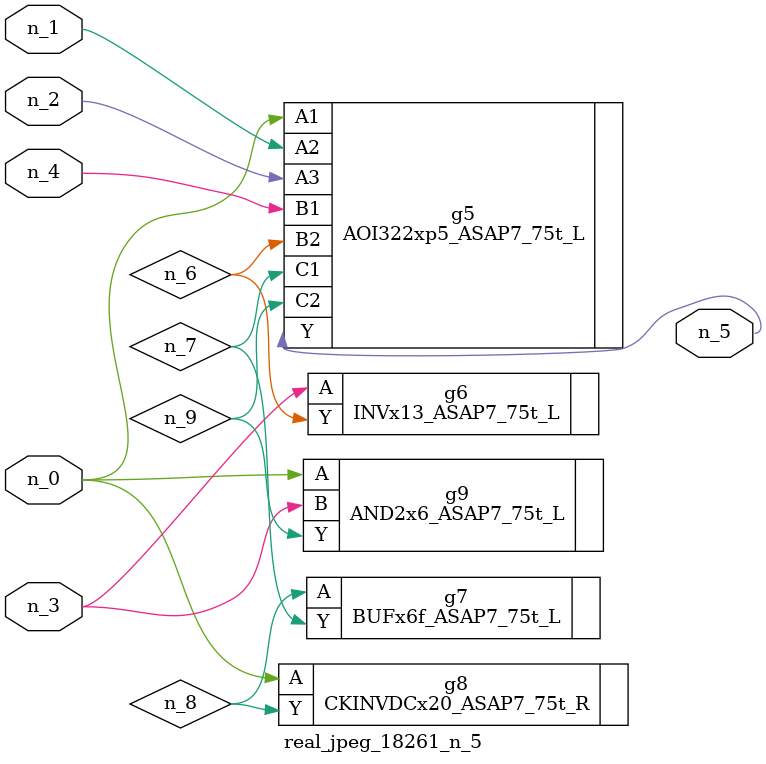
<source format=v>
module real_jpeg_18261_n_5 (n_4, n_0, n_1, n_2, n_3, n_5);

input n_4;
input n_0;
input n_1;
input n_2;
input n_3;

output n_5;

wire n_8;
wire n_6;
wire n_7;
wire n_9;

AOI322xp5_ASAP7_75t_L g5 ( 
.A1(n_0),
.A2(n_1),
.A3(n_2),
.B1(n_4),
.B2(n_6),
.C1(n_7),
.C2(n_9),
.Y(n_5)
);

CKINVDCx20_ASAP7_75t_R g8 ( 
.A(n_0),
.Y(n_8)
);

AND2x6_ASAP7_75t_L g9 ( 
.A(n_0),
.B(n_3),
.Y(n_9)
);

INVx13_ASAP7_75t_L g6 ( 
.A(n_3),
.Y(n_6)
);

BUFx6f_ASAP7_75t_L g7 ( 
.A(n_8),
.Y(n_7)
);


endmodule
</source>
